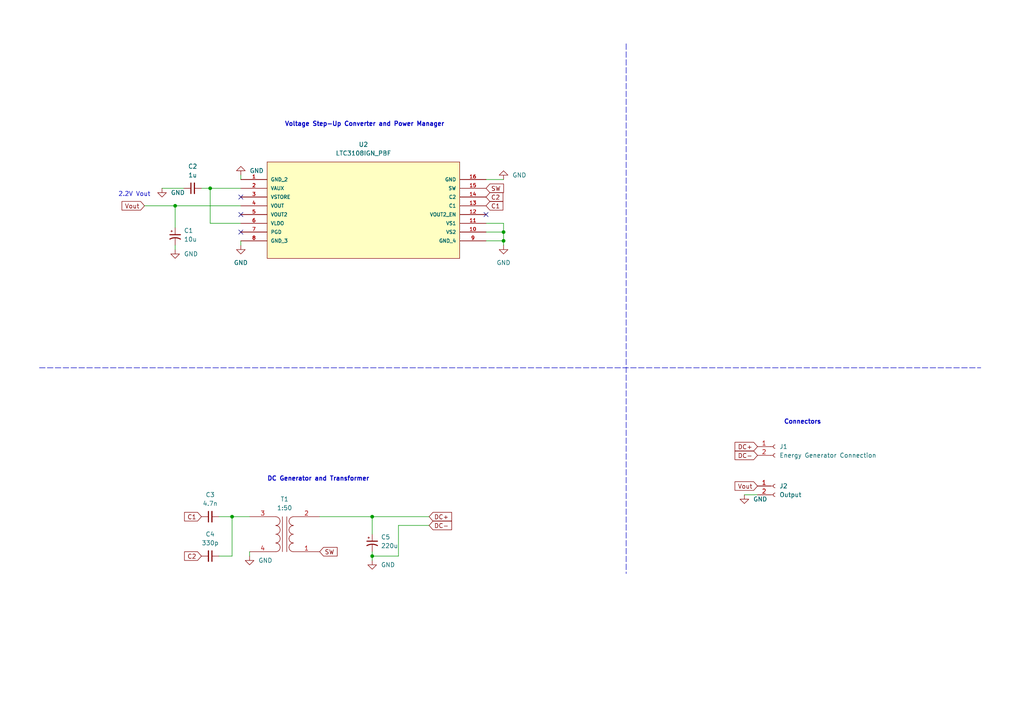
<source format=kicad_sch>
(kicad_sch (version 20211123) (generator eeschema)
  (paper "A4")
  (title_block (title "Battery Booster - Thermal Electric") (company "Savox - Aalto University") (comment 1 "Protopaja 24'") (comment 2 "Designed by Duy To"))
  (lib_symbols
    (symbol "Connector:Conn_01x02_Female" (pin_names (offset 1.016) hide)
      (property "Reference" "J" (at 0 2.54 0))
      (property "Value" "Conn_01x02_Female" (at 0 -5.08 0))
      (symbol "Conn_01x02_Female_1_1"
        (arc (start 0 -2.032) (mid -0.508 -2.54) (end 0 -3.048) (stroke (width 0.1524)))
        (polyline (pts (xy -1.27 -2.54) (xy -0.508 -2.54)) (stroke (width 0.1524)))
        (polyline (pts (xy -1.27 0) (xy -0.508 0)) (stroke (width 0.1524)))
        (arc (start 0 0.508) (mid -0.508 0) (end 0 -0.508) (stroke (width 0.1524)))
        (pin passive line (at -5.08 0 0) (length 3.81) (name "Pin_1") (number "1"))
        (pin passive line (at -5.08 -2.54 0) (length 3.81) (name "Pin_2") (number "2"))
      )
    )
    (symbol "Device:C_Polarized_Small_US" (pin_numbers hide) (pin_names (offset 0.254) hide)
      (property "Reference" "C" (at 0.254 1.778 0))
      (property "Value" "C_Polarized_Small_US" (at 0.254 -2.032 0))
      (symbol "C_Polarized_Small_US_0_1"
        (polyline (pts (xy -1.524 0.508) (xy 1.524 0.508)) (stroke (width 0.3048)))
        (polyline (pts (xy -1.27 1.524) (xy -0.762 1.524)))
        (polyline (pts (xy -1.016 1.27) (xy -1.016 1.778)))
        (arc (start 1.524 -0.762) (mid 0 -0.3734) (end -1.524 -0.762) (stroke (width 0.3048)))
      )
      (symbol "C_Polarized_Small_US_1_1"
        (pin passive line (at 0 2.54 270) (length 2.032) (name "~") (number "1"))
        (pin passive line (at 0 -2.54 90) (length 2.032) (name "~") (number "2"))
      )
    )
    (symbol "Device:C_Small" (pin_numbers hide) (pin_names (offset 0.254) hide)
      (property "Reference" "C" (at 0.254 1.778 0))
      (property "Value" "C_Small" (at 0.254 -2.032 0))
      (symbol "C_Small_0_1"
        (polyline (pts (xy -1.524 -0.508) (xy 1.524 -0.508)) (stroke (width 0.3302)))
        (polyline (pts (xy -1.524 0.508) (xy 1.524 0.508)) (stroke (width 0.3048)))
      )
      (symbol "C_Small_1_1"
        (pin passive line (at 0 2.54 270) (length 2.032) (name "~") (number "1"))
        (pin passive line (at 0 -2.54 90) (length 2.032) (name "~") (number "2"))
      )
    )
    (symbol "Device:Transformer_1P_1S" (pin_names (offset 1.016) hide)
      (property "Reference" "T" (at 0 6.35 0))
      (property "Value" "Transformer_1P_1S" (at 0 -7.62 0))
      (symbol "Transformer_1P_1S_0_1"
        (arc (start -2.54 -5.0546) (mid -1.6599 -4.6901) (end -1.27 -3.81))
        (arc (start -2.54 -2.5146) (mid -1.6599 -2.1501) (end -1.27 -1.27))
        (arc (start -2.54 0.0254) (mid -1.6599 0.3899) (end -1.27 1.27))
        (arc (start -2.54 2.5654) (mid -1.6599 2.9299) (end -1.27 3.81))
        (arc (start -1.27 -3.81) (mid -1.642 -2.912) (end -2.54 -2.54))
        (arc (start -1.27 -1.27) (mid -1.642 -0.372) (end -2.54 0))
        (arc (start -1.27 1.27) (mid -1.642 2.168) (end -2.54 2.54))
        (arc (start -1.27 3.81) (mid -1.642 4.708) (end -2.54 5.08))
        (polyline (pts (xy -0.635 5.08) (xy -0.635 -5.08)))
        (polyline (pts (xy 0.635 -5.08) (xy 0.635 5.08)))
        (arc (start 1.2954 -1.27) (mid 1.6599 -2.1501) (end 2.54 -2.5146))
        (arc (start 1.2954 1.27) (mid 1.6599 0.3899) (end 2.54 0.0254))
        (arc (start 1.2954 3.81) (mid 1.6599 2.9299) (end 2.54 2.5654))
        (arc (start 1.3208 -3.81) (mid 1.6853 -4.6901) (end 2.5654 -5.0546))
        (arc (start 2.54 0) (mid 1.642 -0.372) (end 1.2954 -1.27))
        (arc (start 2.54 2.54) (mid 1.642 2.168) (end 1.2954 1.27))
        (arc (start 2.54 5.08) (mid 1.642 4.708) (end 1.2954 3.81))
        (arc (start 2.5654 -2.54) (mid 1.6674 -2.912) (end 1.3208 -3.81))
      )
      (symbol "Transformer_1P_1S_1_1"
        (pin passive line (at -10.16 5.08 0) (length 7.62) (name "AA") (number "1"))
        (pin passive line (at -10.16 -5.08 0) (length 7.62) (name "AB") (number "2"))
        (pin passive line (at 10.16 -5.08 180) (length 7.62) (name "SA") (number "3"))
        (pin passive line (at 10.16 5.08 180) (length 7.62) (name "SB") (number "4"))
      )
    )
    (symbol "LTC3108IGN_PBF:LTC3108IGN_PBF" (pin_names (offset 1.016))
      (property "Reference" "U" (at 30.8356 9.1186 0))
      (property "Value" "LTC3108IGN_PBF" (at 30.2006 6.5786 0))
      (symbol "LTC3108IGN_PBF_0_0"
        (rectangle (start 7.62 -22.86) (end 63.5 5.08) (stroke (width 0.1524)) (fill (type background)))
        (pin power_in line (at 0 0 0) (length 7.62) (name "GND_2") (number "1"))
        (pin output line (at 71.12 -15.24 180) (length 7.62) (name "VS2") (number "10"))
        (pin output line (at 71.12 -12.7 180) (length 7.62) (name "VS1") (number "11"))
        (pin output line (at 71.12 -10.16 180) (length 7.62) (name "VOUT2_EN") (number "12"))
        (pin input line (at 71.12 -7.62 180) (length 7.62) (name "C1") (number "13"))
        (pin input line (at 71.12 -5.08 180) (length 7.62) (name "C2") (number "14"))
        (pin passive line (at 71.12 -2.54 180) (length 7.62) (name "SW") (number "15"))
        (pin power_in line (at 71.12 0 180) (length 7.62) (name "GND") (number "16"))
        (pin output line (at 0 -2.54 0) (length 7.62) (name "VAUX") (number "2"))
        (pin output line (at 0 -5.08 0) (length 7.62) (name "VSTORE") (number "3"))
        (pin output line (at 0 -7.62 0) (length 7.62) (name "VOUT") (number "4"))
        (pin output line (at 0 -10.16 0) (length 7.62) (name "VOUT2") (number "5"))
        (pin output line (at 0 -12.7 0) (length 7.62) (name "VLDO") (number "6"))
        (pin output line (at 0 -15.24 0) (length 7.62) (name "PGD") (number "7"))
        (pin power_in line (at 0 -17.78 0) (length 7.62) (name "GND_3") (number "8"))
        (pin power_in line (at 71.12 -17.78 180) (length 7.62) (name "GND_4") (number "9"))
      )
    )
    (symbol "power:GND" (power) (pin_names (offset 0))
      (property "Value" "GND" (at 0 -3.81 0))
      (symbol "GND_0_1"
        (polyline (pts (xy 0 0) (xy 0 -1.27) (xy 1.27 -1.27) (xy 0 -2.54) (xy -1.27 -1.27) (xy 0 -1.27)))
      )
      (symbol "GND_1_1"
        (pin power_in line (at 0 0 270) (length 0) hide (name "GND") (number "1"))
      )
    )
  )
  (junction (at 146.05 67.31))
  (junction (at 146.05 69.85))
  (junction (at 107.95 161.29))
  (junction (at 67.31 149.86))
  (junction (at 60.96 54.61))
  (junction (at 107.95 149.86))
  (junction (at 50.8 59.69))
  (no_connect (at 140.97 62.23))
  (no_connect (at 69.85 57.15))
  (no_connect (at 69.85 67.31))
  (no_connect (at 69.85 62.23))
  (wire (pts (xy 215.9 143.51) (xy 219.71 143.51)))
  (wire (pts (xy 60.96 64.77) (xy 69.85 64.77)))
  (wire (pts (xy 50.8 72.39) (xy 50.8 71.12)))
  (wire (pts (xy 60.96 54.61) (xy 60.96 64.77)))
  (wire (pts (xy 146.05 67.31) (xy 146.05 69.85)))
  (wire (pts (xy 58.42 54.61) (xy 60.96 54.61)))
  (wire (pts (xy 107.95 149.86) (xy 124.46 149.86)))
  (wire (pts (xy 146.05 69.85) (xy 146.05 71.12)))
  (polyline (pts (xy 11.43 106.68) (xy 284.48 106.68)))
  (wire (pts (xy 50.8 59.69) (xy 69.85 59.69)))
  (wire (pts (xy 146.05 64.77) (xy 146.05 67.31)))
  (wire (pts (xy 69.85 50.8) (xy 69.85 52.07)))
  (wire (pts (xy 67.31 161.29) (xy 63.5 161.29)))
  (wire (pts (xy 63.5 149.86) (xy 67.31 149.86)))
  (wire (pts (xy 50.8 66.04) (xy 50.8 59.69)))
  (wire (pts (xy 124.46 152.4) (xy 115.57 152.4)))
  (wire (pts (xy 146.05 52.07) (xy 140.97 52.07)))
  (wire (pts (xy 115.57 152.4) (xy 115.57 161.29)))
  (wire (pts (xy 140.97 67.31) (xy 146.05 67.31)))
  (polyline (pts (xy 181.61 12.7) (xy 181.61 166.37)))
  (wire (pts (xy 69.85 54.61) (xy 60.96 54.61)))
  (wire (pts (xy 140.97 69.85) (xy 146.05 69.85)))
  (wire (pts (xy 67.31 149.86) (xy 67.31 161.29)))
  (wire (pts (xy 115.57 161.29) (xy 107.95 161.29)))
  (wire (pts (xy 72.39 161.29) (xy 72.39 160.02)))
  (wire (pts (xy 140.97 64.77) (xy 146.05 64.77)))
  (wire (pts (xy 46.99 54.61) (xy 53.34 54.61)))
  (wire (pts (xy 107.95 160.02) (xy 107.95 161.29)))
  (wire (pts (xy 69.85 71.12) (xy 69.85 69.85)))
  (wire (pts (xy 41.91 59.69) (xy 50.8 59.69)))
  (wire (pts (xy 107.95 149.86) (xy 107.95 154.94)))
  (wire (pts (xy 107.95 161.29) (xy 107.95 162.56)))
  (wire (pts (xy 67.31 149.86) (xy 72.39 149.86)))
  (wire (pts (xy 92.71 149.86) (xy 107.95 149.86)))
  (text "Connectors" (at 227.33 123.19 0) (effects (font (size 1.27 1.27) (thickness 0.254) bold) (justify left bottom)))
  (text "2.2V Vout" (at 34.29 57.15 0) (effects (font (size 1.27 1.27)) (justify left bottom)))
  (text "DC Generator and Transformer" (at 77.47 139.7 0) (effects (font (size 1.27 1.27) (thickness 0.254) bold) (justify left bottom)))
  (text "Voltage Step-Up Converter and Power Manager" (at 82.55 36.83 0) (effects (font (size 1.27 1.27) (thickness 0.254) bold) (justify left bottom)))
  (global_label "DC-" (shape input) (at 124.46 152.4 0) (property "Intersheet References" "${INTERSHEET_REFS}" (effects hide)))
  (global_label "DC+" (shape input) (at 124.46 149.86 0) (property "Intersheet References" "${INTERSHEET_REFS}" (effects hide)))
  (global_label "DC-" (shape input) (at 219.71 132.08 180) (property "Intersheet References" "${INTERSHEET_REFS}" (effects hide)))
  (global_label "Vout" (shape input) (at 219.71 140.97 180) (property "Intersheet References" "${INTERSHEET_REFS}" (effects hide)))
  (global_label "DC+" (shape input) (at 219.71 129.54 180) (property "Intersheet References" "${INTERSHEET_REFS}" (effects hide)))
  (global_label "C2" (shape input) (at 140.97 57.15 0) (property "Intersheet References" "${INTERSHEET_REFS}" (effects hide)))
  (global_label "C1" (shape input) (at 140.97 59.69 0) (property "Intersheet References" "${INTERSHEET_REFS}" (effects hide)))
  (global_label "Vout" (shape input) (at 41.91 59.69 180) (property "Intersheet References" "${INTERSHEET_REFS}" (effects hide)))
  (global_label "SW" (shape input) (at 140.97 54.61 0) (property "Intersheet References" "${INTERSHEET_REFS}" (effects hide)))
  (global_label "C2" (shape input) (at 58.42 161.29 180) (property "Intersheet References" "${INTERSHEET_REFS}" (effects hide)))
  (global_label "SW" (shape input) (at 92.71 160.02 0) (property "Intersheet References" "${INTERSHEET_REFS}" (effects hide)))
  (global_label "C1" (shape input) (at 58.42 149.86 180) (property "Intersheet References" "${INTERSHEET_REFS}" (effects hide)))
  (symbol (lib_id "Device:C_Small") (at 60.96 149.86 90) (unit 1)
    (property "Reference" "C3" (at 60.9663 143.51 90))
    (property "Value" "4.7n" (at 60.9663 146.05 90))
    (property "Footprint" "Thermal:C0603" (effects hide))
    (property "LCSC" "C1621" (effects hide))
  )
  (symbol (lib_id "power:GND") (at 46.99 54.61 0) (unit 1)
    (property "Reference" "#PWR02" (effects hide))
    (property "Value" "GND" (at 49.53 55.8799 0) (effects (justify left)))
  )
  (symbol (lib_id "power:GND") (at 107.95 162.56 0) (unit 1)
    (property "Reference" "#PWR07" (effects hide))
    (property "Value" "GND" (at 110.49 163.8299 0) (effects (justify left)))
  )
  (symbol (lib_id "power:GND") (at 215.9 143.51 0) (unit 1)
    (property "Reference" "#PWR0104" (effects hide))
    (property "Value" "GND" (at 218.44 144.7799 0) (effects (justify left)))
  )
  (symbol (lib_id "Connector:Conn_01x02_Female") (at 224.79 129.54 0) (unit 1)
    (property "Reference" "J1" (at 226.06 129.5399 0) (effects (justify left)))
    (property "Value" "Energy Generator Connection" (at 226.06 132.0799 0) (effects (justify left)))
    (property "Footprint" "Connector_Wire:SolderWire-0.1sqmm_1x02_P3.6mm_D0.4mm_OD1mm" (effects hide))
  )
  (symbol (lib_id "Device:C_Small") (at 55.88 54.61 90) (unit 1)
    (property "Reference" "C2" (at 55.8863 48.26 90))
    (property "Value" "1u" (at 55.8863 50.8 90))
    (property "Footprint" "Thermal:C0402" (effects hide))
    (property "LCSC" "C14445" (effects hide))
  )
  (symbol (lib_id "power:GND") (at 69.85 50.8 180) (unit 1)
    (property "Reference" "#PWR0103" (effects hide))
    (property "Value" "GND" (at 72.39 49.5299 0) (effects (justify right)))
  )
  (symbol (lib_id "power:GND") (at 69.85 71.12 0) (unit 1)
    (property "Reference" "#PWR0102" (effects hide))
    (property "Value" "GND" (at 69.85 76.2 0))
  )
  (symbol (lib_id "LTC3108IGN_PBF:LTC3108IGN_PBF") (at 69.85 52.07 0) (unit 1)
    (property "Reference" "U2" (at 105.41 41.91 0))
    (property "Value" "LTC3108IGN_PBF" (at 105.41 44.45 0))
    (property "Footprint" "LTC3108IGN_PBF:SSOP-16_GW" (effects hide))
    (property "VENDOR" "Linear Technology" (effects hide))
    (property "MANUFACTURER_PART_NUMBER" "ltc3108ign#pbf" (effects hide))
    (property "LCSC" "C684055" (effects hide))
  )
  (symbol (lib_id "Device:C_Small") (at 60.96 161.29 270) (unit 1)
    (property "Reference" "C4" (at 60.9536 154.94 90))
    (property "Value" "330p" (at 60.9536 157.48 90))
    (property "Footprint" "Thermal:C0603" (effects hide))
    (property "LCSC" "C1664" (effects hide))
  )
  (symbol (lib_id "power:GND") (at 146.05 52.07 180) (unit 1)
    (property "Reference" "#PWR04" (effects hide))
    (property "Value" "GND" (at 148.59 50.7999 0) (effects (justify right)))
  )
  (symbol (lib_id "power:GND") (at 50.8 72.39 0) (unit 1)
    (property "Reference" "#PWR0101" (effects hide))
    (property "Value" "GND" (at 53.34 73.6599 0) (effects (justify left)))
  )
  (symbol (lib_id "power:GND") (at 72.39 161.29 0) (unit 1)
    (property "Reference" "#PWR06" (effects hide))
    (property "Value" "GND" (at 74.93 162.5599 0) (effects (justify left)))
  )
  (symbol (lib_id "Device:C_Polarized_Small_US") (at 50.8 68.58 0) (unit 1)
    (property "Reference" "C1" (at 53.34 66.8781 0) (effects (justify left)))
    (property "Value" "10u" (at 53.34 69.4181 0) (effects (justify left)))
    (property "Footprint" "Thermal:C0402" (effects hide))
    (property "LCSC" "C15525" (effects hide))
  )
  (symbol (lib_id "Connector:Conn_01x02_Female") (at 224.79 140.97 0) (unit 1)
    (property "Reference" "J2" (at 226.06 140.9699 0) (effects (justify left)))
    (property "Value" "Output" (at 226.06 143.5099 0) (effects (justify left)))
    (property "Footprint" "Connector_Wire:SolderWire-0.1sqmm_1x02_P3.6mm_D0.4mm_OD1mm" (effects hide))
  )
  (symbol (lib_id "Device:C_Polarized_Small_US") (at 107.95 157.48 0) (unit 1)
    (property "Reference" "C5" (at 110.49 155.7781 0) (effects (justify left)))
    (property "Value" "220u" (at 110.49 158.3181 0) (effects (justify left)))
    (property "Footprint" "Thermal:CASE-D_7343" (effects hide))
    (property "LCSC" "C8024" (effects hide))
  )
  (symbol (lib_id "power:GND") (at 146.05 71.12 0) (unit 1)
    (property "Reference" "#PWR05" (effects hide))
    (property "Value" "GND" (at 146.05 76.2 0))
  )
  (symbol (lib_id "Device:Transformer_1P_1S") (at 82.55 154.94 180) (unit 1)
    (property "Reference" "T1" (at 82.5373 144.78 0))
    (property "Value" "1:50" (at 82.5373 147.32 0))
    (property "Footprint" "Thermal:XFMR-SMD_LPR6235-752SML" (effects hide))
    (property "LCSC" "C5382958" (effects hide))
  )
)
</source>
